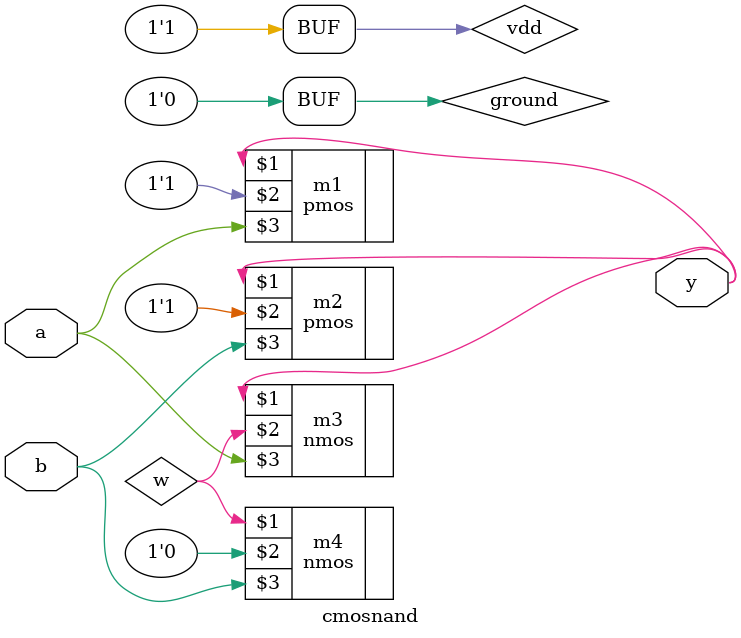
<source format=v>
`timescale 1ns / 1ps


module cmosnand(a,b,y);
 input a,b;
 output y;
  
  wire w;
  supply1 vdd;
  supply0 ground;
  
  pmos m1(y, vdd, a);
  pmos m2(y, vdd, b);
  
  nmos m3(y, w, a);
  nmos m4(w, ground, b);
endmodule

</source>
